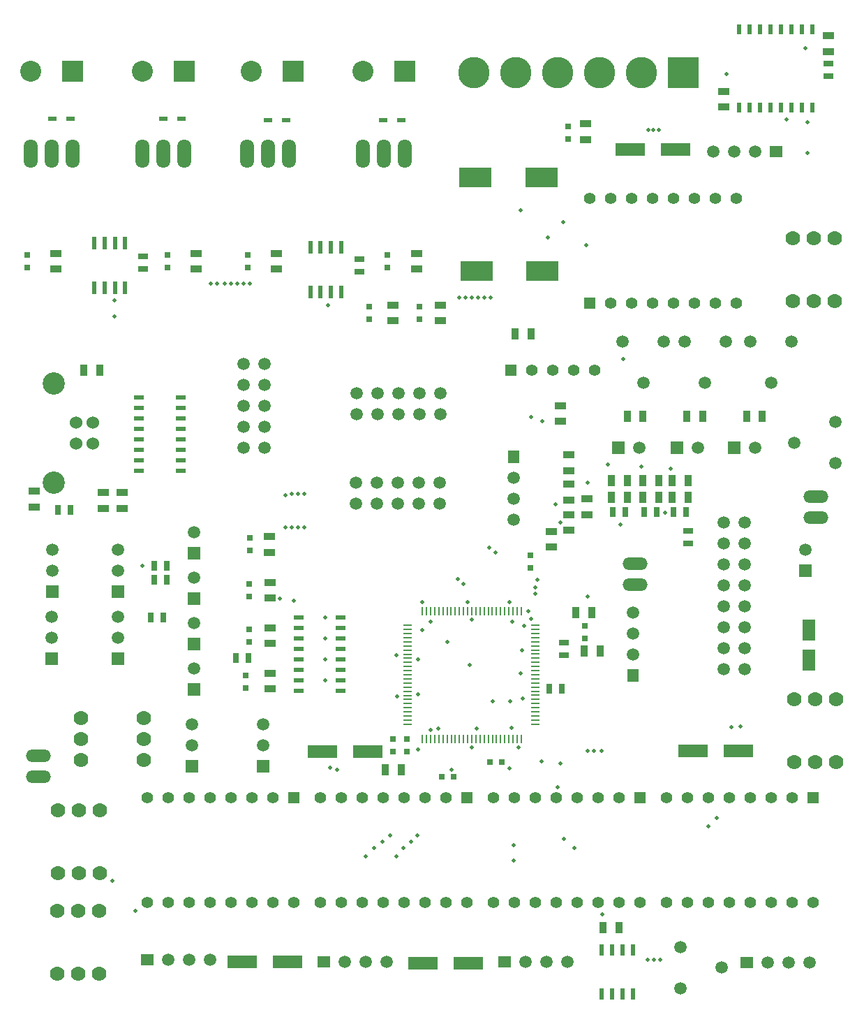
<source format=gts>
%FSLAX34Y34*%
G04 Gerber Fmt 3.4, Leading zero omitted, Abs format*
G04 (created by PCBNEW (2014-05-13 BZR 4864)-product) date Mi 14 Mai 2014 11:17:40 CEST*
%MOIN*%
G01*
G70*
G90*
G04 APERTURE LIST*
%ADD10C,0.003937*%
%ADD11R,0.025000X0.045000*%
%ADD12R,0.055000X0.055000*%
%ADD13C,0.055000*%
%ADD14R,0.045000X0.025000*%
%ADD15R,0.063000X0.102400*%
%ADD16R,0.141700X0.063000*%
%ADD17R,0.031400X0.031400*%
%ADD18R,0.040000X0.010000*%
%ADD19R,0.010000X0.040000*%
%ADD20C,0.060000*%
%ADD21C,0.106300*%
%ADD22C,0.059300*%
%ADD23O,0.118700X0.059300*%
%ADD24R,0.100000X0.100000*%
%ADD25C,0.100000*%
%ADD26O,0.066900X0.137800*%
%ADD27R,0.035000X0.055000*%
%ADD28R,0.055000X0.035000*%
%ADD29C,0.059055*%
%ADD30R,0.023600X0.055100*%
%ADD31R,0.045000X0.020000*%
%ADD32R,0.023622X0.062992*%
%ADD33R,0.157500X0.094500*%
%ADD34C,0.070000*%
%ADD35R,0.059055X0.059055*%
%ADD36R,0.055000X0.059055*%
%ADD37R,0.039400X0.023600*%
%ADD38R,0.059055X0.055000*%
%ADD39C,0.150000*%
%ADD40R,0.150000X0.150000*%
%ADD41R,0.020000X0.051181*%
%ADD42C,0.020000*%
G04 APERTURE END LIST*
G54D10*
G54D11*
X30675Y-38975D03*
X31275Y-38975D03*
X27200Y-37025D03*
X26600Y-37025D03*
X27375Y-35225D03*
X26775Y-35225D03*
G54D12*
X43809Y-25222D03*
G54D13*
X44809Y-25222D03*
X45809Y-25222D03*
X46809Y-25222D03*
X47809Y-25222D03*
G54D11*
X46229Y-40437D03*
X45629Y-40437D03*
G54D14*
X46329Y-38837D03*
X46329Y-38237D03*
G54D11*
X22150Y-31900D03*
X22750Y-31900D03*
G54D15*
X58029Y-37628D03*
X58029Y-39046D03*
G54D11*
X51579Y-31987D03*
X52179Y-31987D03*
X50179Y-31987D03*
X50779Y-31987D03*
X48679Y-31987D03*
X49279Y-31987D03*
G54D16*
X36962Y-43437D03*
X34796Y-43437D03*
X54662Y-43387D03*
X52496Y-43387D03*
X33121Y-53444D03*
X30955Y-53444D03*
X49496Y-14687D03*
X51662Y-14687D03*
G54D17*
X47329Y-38032D03*
X47329Y-37442D03*
X37029Y-22782D03*
X37029Y-22192D03*
X46529Y-13592D03*
X46529Y-14182D03*
X39429Y-22782D03*
X39429Y-22192D03*
X42784Y-43937D03*
X43374Y-43937D03*
X38829Y-42842D03*
X38829Y-43432D03*
X44720Y-34664D03*
X44720Y-34074D03*
X40484Y-44637D03*
X41074Y-44637D03*
X38179Y-42842D03*
X38179Y-43432D03*
X31219Y-20323D03*
X31219Y-19733D03*
X20699Y-20323D03*
X20699Y-19733D03*
X27392Y-20323D03*
X27392Y-19733D03*
X37912Y-20323D03*
X37912Y-19733D03*
X31125Y-39805D03*
X31125Y-40395D03*
X31311Y-37600D03*
X31311Y-38190D03*
X31311Y-35434D03*
X31311Y-36024D03*
X31329Y-33242D03*
X31329Y-33832D03*
G54D18*
X44979Y-37403D03*
X44979Y-42123D03*
X44979Y-41923D03*
X44979Y-41733D03*
X44979Y-41533D03*
X44979Y-41333D03*
X44979Y-41143D03*
X44979Y-40943D03*
X44979Y-40743D03*
X44979Y-40553D03*
X44979Y-40353D03*
X44979Y-40153D03*
X44979Y-39953D03*
X44979Y-39763D03*
X44979Y-39563D03*
X44979Y-39363D03*
X44979Y-39173D03*
X44979Y-38973D03*
X44979Y-38773D03*
X44979Y-38583D03*
X44979Y-38383D03*
X44979Y-38183D03*
X44979Y-37993D03*
X44979Y-37793D03*
X44979Y-37593D03*
G54D19*
X44289Y-42813D03*
X39569Y-42813D03*
X39769Y-42813D03*
X39959Y-42813D03*
X40159Y-42813D03*
X40359Y-42813D03*
X40549Y-42813D03*
X40749Y-42813D03*
X40949Y-42813D03*
X41139Y-42813D03*
X41339Y-42813D03*
X41539Y-42813D03*
X41739Y-42813D03*
X41929Y-42813D03*
X42129Y-42813D03*
X42329Y-42813D03*
X42519Y-42813D03*
X42719Y-42813D03*
X42919Y-42813D03*
X43109Y-42813D03*
X43309Y-42813D03*
X43509Y-42813D03*
X43699Y-42813D03*
X43899Y-42813D03*
X44099Y-42813D03*
X44289Y-36713D03*
X44089Y-36713D03*
X43899Y-36713D03*
X43699Y-36713D03*
X43499Y-36713D03*
X43309Y-36713D03*
X43109Y-36713D03*
X42909Y-36713D03*
X42719Y-36713D03*
X42519Y-36713D03*
X42319Y-36713D03*
X42119Y-36713D03*
X41929Y-36713D03*
X41729Y-36713D03*
X41529Y-36713D03*
X41339Y-36713D03*
X41139Y-36713D03*
X40939Y-36713D03*
X40749Y-36713D03*
X40549Y-36713D03*
X40349Y-36713D03*
X40159Y-36713D03*
X39959Y-36713D03*
X39759Y-36713D03*
X39569Y-36713D03*
G54D18*
X38879Y-37403D03*
X38879Y-37603D03*
X38879Y-37793D03*
X38879Y-37993D03*
X38879Y-38193D03*
X38879Y-38383D03*
X38879Y-38583D03*
X38879Y-38783D03*
X38879Y-38973D03*
X38879Y-39173D03*
X38879Y-39373D03*
X38879Y-39573D03*
X38879Y-39763D03*
X38879Y-39963D03*
X38879Y-40163D03*
X38879Y-40353D03*
X38879Y-40553D03*
X38879Y-40753D03*
X38879Y-40943D03*
X38879Y-41143D03*
X38879Y-41343D03*
X38879Y-41533D03*
X38879Y-41733D03*
X38879Y-41933D03*
X38879Y-42123D03*
G54D20*
X23829Y-28737D03*
X23829Y-27737D03*
X23042Y-27737D03*
X23042Y-28737D03*
G54D21*
X21979Y-30599D03*
X21979Y-25875D03*
G54D22*
X40385Y-30602D03*
X40385Y-31602D03*
X39385Y-30602D03*
X39385Y-31602D03*
X38385Y-30602D03*
X38385Y-31602D03*
X37385Y-30602D03*
X37385Y-31602D03*
X36385Y-30602D03*
X36385Y-31602D03*
X31029Y-24937D03*
X32029Y-24937D03*
X31029Y-25937D03*
X32029Y-25937D03*
X31029Y-26937D03*
X32029Y-26937D03*
X31029Y-27937D03*
X32029Y-27937D03*
X31029Y-28937D03*
X32029Y-28937D03*
G54D23*
X21229Y-44637D03*
X21229Y-43637D03*
X58350Y-32250D03*
X58350Y-31250D03*
X49725Y-35475D03*
X49725Y-34475D03*
G54D22*
X54979Y-39487D03*
X53979Y-39487D03*
X54979Y-38487D03*
X53979Y-38487D03*
X54979Y-37487D03*
X53979Y-37487D03*
X54979Y-36487D03*
X53979Y-36487D03*
X54979Y-35487D03*
X53979Y-35487D03*
X54979Y-34487D03*
X53979Y-34487D03*
X54979Y-33487D03*
X53979Y-33487D03*
X54979Y-32487D03*
X53979Y-32487D03*
G54D24*
X33400Y-10973D03*
G54D25*
X31400Y-10973D03*
G54D24*
X22880Y-10973D03*
G54D25*
X20880Y-10973D03*
G54D24*
X38715Y-10973D03*
G54D25*
X36715Y-10973D03*
G54D24*
X28195Y-10973D03*
G54D25*
X26195Y-10973D03*
G54D26*
X32203Y-14910D03*
X33203Y-14910D03*
X31203Y-14910D03*
X21880Y-14910D03*
X22880Y-14910D03*
X20880Y-14910D03*
X27195Y-14910D03*
X28195Y-14910D03*
X26195Y-14910D03*
X37715Y-14910D03*
X38715Y-14910D03*
X36715Y-14910D03*
G54D27*
X47304Y-38637D03*
X48054Y-38637D03*
X47654Y-36787D03*
X46904Y-36787D03*
G54D28*
X38179Y-22112D03*
X38179Y-22862D03*
X47379Y-14212D03*
X47379Y-13462D03*
X40429Y-22112D03*
X40429Y-22862D03*
X25229Y-31812D03*
X25229Y-31062D03*
X24329Y-31812D03*
X24329Y-31062D03*
X47429Y-32112D03*
X47429Y-31362D03*
X46579Y-30662D03*
X46579Y-31412D03*
G54D27*
X48954Y-51837D03*
X48204Y-51837D03*
X55054Y-27437D03*
X55804Y-27437D03*
X52204Y-27437D03*
X52954Y-27437D03*
X49354Y-27437D03*
X50104Y-27437D03*
X52254Y-31287D03*
X51504Y-31287D03*
X50854Y-31287D03*
X50104Y-31287D03*
X49354Y-31287D03*
X48604Y-31287D03*
X51504Y-30487D03*
X52254Y-30487D03*
X50104Y-30487D03*
X50854Y-30487D03*
X48604Y-30487D03*
X49354Y-30487D03*
G54D28*
X45729Y-33662D03*
X45729Y-32912D03*
G54D27*
X37804Y-44287D03*
X38554Y-44287D03*
G54D28*
X32597Y-19653D03*
X32597Y-20403D03*
X22077Y-19653D03*
X22077Y-20403D03*
X28770Y-19653D03*
X28770Y-20403D03*
X39290Y-19653D03*
X39290Y-20403D03*
X32296Y-39685D03*
X32296Y-40435D03*
X32296Y-37520D03*
X32296Y-38270D03*
X32296Y-35354D03*
X32296Y-36104D03*
X32279Y-33162D03*
X32279Y-33912D03*
G54D29*
X53863Y-53737D03*
X51895Y-54721D03*
X51895Y-52752D03*
X56229Y-25821D03*
X55245Y-23852D03*
X57213Y-23852D03*
X50129Y-25821D03*
X49145Y-23852D03*
X51113Y-23852D03*
X53079Y-25821D03*
X52095Y-23852D03*
X54063Y-23852D03*
X57345Y-28687D03*
X59313Y-27702D03*
X59313Y-29671D03*
G54D30*
X49629Y-54987D03*
X49629Y-52887D03*
X49129Y-54987D03*
X48629Y-54987D03*
X48129Y-54987D03*
X49129Y-52887D03*
X48629Y-52887D03*
X48129Y-52887D03*
G54D31*
X26029Y-26537D03*
X26029Y-27037D03*
X26029Y-27537D03*
X26029Y-28037D03*
X26029Y-28537D03*
X26029Y-29037D03*
X26029Y-29537D03*
X26029Y-30037D03*
X28029Y-30037D03*
X28029Y-29537D03*
X28029Y-29037D03*
X28029Y-28537D03*
X28029Y-28037D03*
X28029Y-27537D03*
X28029Y-27037D03*
X28029Y-26537D03*
G54D13*
X40688Y-50629D03*
X34688Y-45629D03*
X35688Y-45629D03*
X36688Y-45629D03*
X37688Y-45629D03*
X38688Y-45629D03*
X39688Y-45629D03*
X40688Y-45629D03*
G54D12*
X41688Y-45629D03*
G54D13*
X41688Y-50629D03*
X39688Y-50629D03*
X38688Y-50629D03*
X37688Y-50629D03*
X36688Y-50629D03*
X35688Y-50629D03*
X34688Y-50629D03*
X57224Y-50629D03*
X51224Y-45629D03*
X52224Y-45629D03*
X53224Y-45629D03*
X54224Y-45629D03*
X55224Y-45629D03*
X56224Y-45629D03*
X57224Y-45629D03*
G54D12*
X58224Y-45629D03*
G54D13*
X58224Y-50629D03*
X56224Y-50629D03*
X55224Y-50629D03*
X54224Y-50629D03*
X53224Y-50629D03*
X52224Y-50629D03*
X51224Y-50629D03*
X32429Y-50637D03*
X26429Y-45637D03*
X27429Y-45637D03*
X28429Y-45637D03*
X29429Y-45637D03*
X30429Y-45637D03*
X31429Y-45637D03*
X32429Y-45637D03*
G54D12*
X33429Y-45637D03*
G54D13*
X33429Y-50637D03*
X31429Y-50637D03*
X30429Y-50637D03*
X29429Y-50637D03*
X28429Y-50637D03*
X27429Y-50637D03*
X26429Y-50637D03*
X48579Y-17037D03*
X54579Y-22037D03*
X53579Y-22037D03*
X52579Y-22037D03*
X51579Y-22037D03*
X50579Y-22037D03*
X49579Y-22037D03*
X48579Y-22037D03*
G54D12*
X47579Y-22037D03*
G54D13*
X47579Y-17037D03*
X49579Y-17037D03*
X50579Y-17037D03*
X51579Y-17037D03*
X52579Y-17037D03*
X53579Y-17037D03*
X54579Y-17037D03*
X48956Y-50629D03*
X42956Y-45629D03*
X43956Y-45629D03*
X44956Y-45629D03*
X45956Y-45629D03*
X46956Y-45629D03*
X47956Y-45629D03*
X48956Y-45629D03*
G54D12*
X49956Y-45629D03*
G54D13*
X49956Y-50629D03*
X47956Y-50629D03*
X46956Y-50629D03*
X45956Y-50629D03*
X44956Y-50629D03*
X43956Y-50629D03*
X42956Y-50629D03*
G54D32*
X34221Y-19359D03*
X34221Y-21485D03*
X34713Y-19359D03*
X35205Y-19359D03*
X35697Y-19359D03*
X34713Y-21485D03*
X35205Y-21485D03*
X35697Y-21485D03*
X23898Y-19162D03*
X23898Y-21288D03*
X24390Y-19162D03*
X24882Y-19162D03*
X25374Y-19162D03*
X24390Y-21288D03*
X24882Y-21288D03*
X25374Y-21288D03*
G54D31*
X35679Y-40537D03*
X35679Y-40037D03*
X35679Y-39537D03*
X35679Y-39037D03*
X35679Y-38537D03*
X35679Y-38037D03*
X35679Y-37537D03*
X35679Y-37037D03*
X33679Y-37037D03*
X33679Y-37537D03*
X33679Y-38037D03*
X33679Y-38537D03*
X33679Y-39037D03*
X33679Y-39537D03*
X33679Y-40037D03*
X33679Y-40537D03*
G54D28*
X21025Y-31750D03*
X21025Y-31000D03*
G54D27*
X24154Y-25237D03*
X23404Y-25237D03*
G54D28*
X46179Y-27662D03*
X46179Y-26912D03*
G54D27*
X44004Y-23487D03*
X44754Y-23487D03*
G54D28*
X46579Y-32862D03*
X46579Y-32112D03*
X46579Y-29262D03*
X46579Y-30012D03*
G54D33*
X42104Y-16037D03*
X45254Y-16037D03*
X42154Y-20487D03*
X45304Y-20487D03*
G54D14*
X52279Y-33487D03*
X52279Y-32887D03*
G54D16*
X41762Y-53537D03*
X39596Y-53537D03*
G54D22*
X40429Y-26337D03*
X40429Y-27337D03*
X39429Y-26337D03*
X39429Y-27337D03*
X38429Y-26337D03*
X38429Y-27337D03*
X37429Y-26337D03*
X37429Y-27337D03*
X36429Y-26337D03*
X36429Y-27337D03*
G54D34*
X24129Y-51037D03*
X23129Y-51037D03*
X22129Y-51037D03*
X22129Y-54037D03*
X23129Y-54037D03*
X24129Y-54037D03*
X59329Y-40937D03*
X58329Y-40937D03*
X57329Y-40937D03*
X57329Y-43937D03*
X58329Y-43937D03*
X59329Y-43937D03*
X23279Y-41837D03*
X23279Y-42837D03*
X23279Y-43837D03*
X26279Y-43837D03*
X26279Y-42837D03*
X26279Y-41837D03*
X57279Y-21937D03*
X58279Y-21937D03*
X59279Y-21937D03*
X59279Y-18937D03*
X58279Y-18937D03*
X57279Y-18937D03*
X24179Y-46237D03*
X23179Y-46237D03*
X22179Y-46237D03*
X22179Y-49237D03*
X23179Y-49237D03*
X24179Y-49237D03*
G54D35*
X25029Y-35787D03*
G54D29*
X25029Y-34787D03*
X25029Y-33787D03*
G54D35*
X21883Y-35787D03*
G54D29*
X21883Y-34787D03*
X21883Y-33787D03*
G54D35*
X25029Y-38987D03*
G54D29*
X25029Y-37987D03*
X25029Y-36987D03*
G54D35*
X21879Y-38987D03*
G54D29*
X21879Y-37987D03*
X21879Y-36987D03*
G54D35*
X28579Y-44137D03*
G54D29*
X28579Y-43137D03*
X28579Y-42137D03*
G54D35*
X31979Y-44137D03*
G54D29*
X31979Y-43137D03*
X31979Y-42137D03*
G54D36*
X49629Y-39787D03*
G54D29*
X49629Y-38787D03*
X49629Y-37787D03*
X49629Y-36787D03*
G54D36*
X43920Y-29348D03*
G54D29*
X43920Y-30348D03*
X43920Y-31348D03*
X43920Y-32348D03*
G54D35*
X28662Y-40460D03*
G54D29*
X28662Y-39460D03*
G54D35*
X28662Y-38295D03*
G54D29*
X28662Y-37295D03*
G54D35*
X28662Y-36129D03*
G54D29*
X28662Y-35129D03*
G54D35*
X28662Y-33964D03*
G54D29*
X28662Y-32964D03*
G54D37*
X22762Y-13237D03*
X21896Y-13237D03*
X33062Y-13287D03*
X32196Y-13287D03*
X28062Y-13237D03*
X27196Y-13237D03*
X38562Y-13287D03*
X37696Y-13287D03*
G54D38*
X34850Y-53444D03*
G54D29*
X35850Y-53444D03*
X36850Y-53444D03*
X37850Y-53444D03*
G54D38*
X55079Y-53487D03*
G54D29*
X56079Y-53487D03*
X57079Y-53487D03*
X58079Y-53487D03*
G54D38*
X26435Y-53346D03*
G54D29*
X27435Y-53346D03*
X28435Y-53346D03*
X29435Y-53346D03*
G54D38*
X56479Y-14787D03*
G54D29*
X55479Y-14787D03*
X54479Y-14787D03*
X53479Y-14787D03*
G54D38*
X43511Y-53444D03*
G54D29*
X44511Y-53444D03*
X45511Y-53444D03*
X46511Y-53444D03*
G54D14*
X36579Y-19937D03*
X36579Y-20537D03*
X26229Y-19787D03*
X26229Y-20387D03*
G54D39*
X50047Y-11023D03*
X48047Y-11023D03*
G54D40*
X52047Y-11023D03*
G54D39*
X46047Y-11023D03*
X44047Y-11023D03*
X42047Y-11023D03*
G54D35*
X54479Y-28937D03*
G54D29*
X55479Y-28937D03*
G54D35*
X51729Y-28937D03*
G54D29*
X52729Y-28937D03*
G54D35*
X48929Y-28937D03*
G54D29*
X49929Y-28937D03*
G54D35*
X57879Y-34787D03*
G54D29*
X57879Y-33787D03*
G54D28*
X53950Y-11925D03*
X53950Y-12675D03*
X58950Y-10025D03*
X58950Y-9275D03*
G54D41*
X58200Y-8959D03*
X57700Y-8959D03*
X57200Y-8959D03*
X56700Y-8959D03*
X56200Y-8959D03*
X55700Y-8959D03*
X55200Y-8959D03*
X54700Y-8959D03*
X54700Y-12700D03*
X55200Y-12700D03*
X55700Y-12700D03*
X56200Y-12700D03*
X56700Y-12700D03*
X57200Y-12700D03*
X57700Y-12700D03*
X58200Y-12700D03*
G54D14*
X58950Y-11200D03*
X58950Y-10600D03*
G54D11*
X27375Y-34550D03*
X26775Y-34550D03*
G54D42*
X35500Y-44300D03*
X35150Y-44200D03*
X50850Y-13750D03*
X50600Y-13750D03*
X50350Y-13750D03*
X33429Y-36237D03*
X32779Y-36137D03*
X31329Y-21087D03*
X31029Y-21087D03*
X30729Y-21087D03*
X30429Y-21087D03*
X30129Y-21087D03*
X29779Y-21087D03*
X29479Y-21087D03*
X54775Y-42225D03*
X54325Y-42275D03*
X50325Y-53375D03*
X50625Y-53375D03*
X50925Y-53375D03*
X48125Y-43387D03*
X47475Y-43387D03*
X47775Y-43387D03*
X44279Y-39687D03*
X42925Y-41025D03*
X41829Y-39287D03*
X24875Y-22675D03*
X24879Y-21887D03*
X41929Y-37137D03*
X43879Y-37237D03*
X39979Y-37237D03*
X38329Y-38837D03*
X39379Y-40687D03*
X39979Y-42387D03*
X44279Y-17587D03*
X45579Y-18887D03*
X35079Y-22137D03*
X40779Y-38187D03*
X46179Y-32487D03*
X49029Y-32587D03*
X51179Y-32037D03*
X47479Y-36037D03*
X48179Y-51187D03*
X34929Y-37037D03*
X34929Y-38037D03*
X34929Y-39037D03*
X34929Y-40037D03*
X26200Y-34550D03*
X41929Y-43237D03*
X43829Y-42287D03*
X43775Y-41025D03*
X42825Y-21775D03*
X42525Y-21775D03*
X42225Y-21775D03*
X41925Y-21775D03*
X41625Y-21775D03*
X41325Y-21775D03*
X44329Y-38587D03*
X54100Y-11100D03*
X40329Y-42337D03*
X24779Y-49587D03*
X41729Y-36287D03*
X43729Y-36287D03*
X39579Y-36287D03*
X39379Y-39037D03*
X42179Y-42337D03*
X44179Y-43237D03*
X38379Y-40787D03*
X44379Y-40887D03*
X47479Y-30587D03*
X48429Y-29737D03*
X50029Y-29837D03*
X51429Y-29937D03*
X45929Y-31637D03*
X45279Y-43887D03*
X53629Y-46587D03*
X53229Y-46987D03*
X39579Y-37637D03*
X43929Y-47887D03*
X43929Y-48637D03*
X57850Y-9850D03*
X56950Y-13250D03*
X25879Y-51037D03*
X49150Y-24700D03*
X47400Y-19250D03*
X46300Y-18150D03*
X43729Y-44237D03*
X39379Y-43337D03*
X40979Y-44287D03*
X46179Y-43987D03*
X46029Y-45137D03*
X46329Y-47587D03*
X46829Y-48037D03*
X41529Y-35437D03*
X43079Y-33937D03*
X41279Y-35187D03*
X42779Y-33687D03*
X45300Y-27650D03*
X44750Y-27450D03*
X33929Y-32737D03*
X33929Y-31137D03*
X33629Y-32737D03*
X33629Y-31137D03*
X33329Y-31137D03*
X33329Y-32737D03*
X33029Y-32737D03*
X33029Y-31187D03*
X38029Y-47437D03*
X39329Y-47437D03*
X44979Y-35887D03*
X44629Y-36737D03*
X44979Y-35587D03*
X44429Y-37437D03*
X45079Y-35237D03*
X44779Y-37087D03*
X39029Y-47737D03*
X37679Y-47737D03*
X37279Y-48037D03*
X38679Y-48037D03*
X36879Y-48437D03*
X38329Y-48437D03*
X57950Y-14850D03*
X57950Y-13400D03*
M02*

</source>
